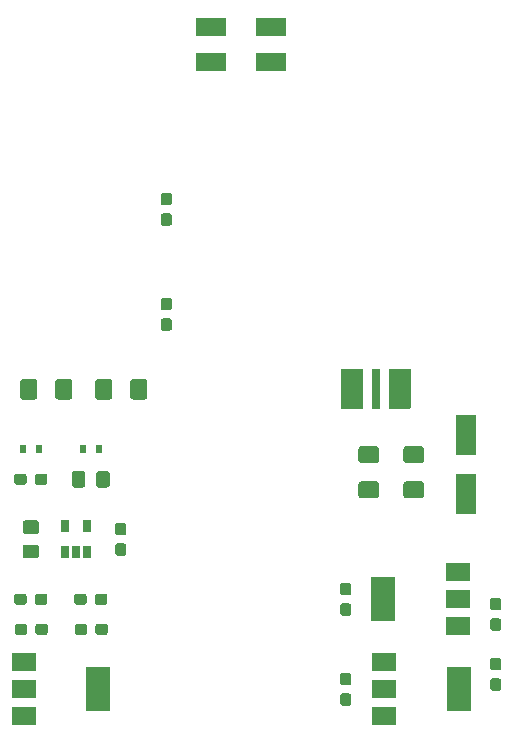
<source format=gbr>
%TF.GenerationSoftware,KiCad,Pcbnew,(5.1.5)-3*%
%TF.CreationDate,2020-08-07T17:04:35+02:00*%
%TF.ProjectId,continuity,636f6e74-696e-4756-9974-792e6b696361,rev?*%
%TF.SameCoordinates,Original*%
%TF.FileFunction,Paste,Top*%
%TF.FilePolarity,Positive*%
%FSLAX46Y46*%
G04 Gerber Fmt 4.6, Leading zero omitted, Abs format (unit mm)*
G04 Created by KiCad (PCBNEW (5.1.5)-3) date 2020-08-07 17:04:35*
%MOMM*%
%LPD*%
G04 APERTURE LIST*
%ADD10C,0.100000*%
%ADD11R,2.600000X1.500000*%
%ADD12R,0.800000X3.400000*%
%ADD13R,1.850000X3.400000*%
%ADD14R,2.000000X1.500000*%
%ADD15R,2.000000X3.800000*%
%ADD16R,0.650000X1.060000*%
%ADD17R,0.600000X0.700000*%
%ADD18R,1.800000X3.500000*%
G04 APERTURE END LIST*
D10*
G36*
X48199804Y-82412473D02*
G01*
X48222859Y-82415892D01*
X48245468Y-82421556D01*
X48267412Y-82429408D01*
X48288482Y-82439373D01*
X48308473Y-82451355D01*
X48327193Y-82465239D01*
X48344463Y-82480891D01*
X48360115Y-82498161D01*
X48373999Y-82516881D01*
X48385981Y-82536872D01*
X48395946Y-82557942D01*
X48403798Y-82579886D01*
X48409462Y-82602495D01*
X48412881Y-82625550D01*
X48414025Y-82648829D01*
X48414025Y-83123829D01*
X48412881Y-83147108D01*
X48409462Y-83170163D01*
X48403798Y-83192772D01*
X48395946Y-83214716D01*
X48385981Y-83235786D01*
X48373999Y-83255777D01*
X48360115Y-83274497D01*
X48344463Y-83291767D01*
X48327193Y-83307419D01*
X48308473Y-83321303D01*
X48288482Y-83333285D01*
X48267412Y-83343250D01*
X48245468Y-83351102D01*
X48222859Y-83356766D01*
X48199804Y-83360185D01*
X48176525Y-83361329D01*
X47601525Y-83361329D01*
X47578246Y-83360185D01*
X47555191Y-83356766D01*
X47532582Y-83351102D01*
X47510638Y-83343250D01*
X47489568Y-83333285D01*
X47469577Y-83321303D01*
X47450857Y-83307419D01*
X47433587Y-83291767D01*
X47417935Y-83274497D01*
X47404051Y-83255777D01*
X47392069Y-83235786D01*
X47382104Y-83214716D01*
X47374252Y-83192772D01*
X47368588Y-83170163D01*
X47365169Y-83147108D01*
X47364025Y-83123829D01*
X47364025Y-82648829D01*
X47365169Y-82625550D01*
X47368588Y-82602495D01*
X47374252Y-82579886D01*
X47382104Y-82557942D01*
X47392069Y-82536872D01*
X47404051Y-82516881D01*
X47417935Y-82498161D01*
X47433587Y-82480891D01*
X47450857Y-82465239D01*
X47469577Y-82451355D01*
X47489568Y-82439373D01*
X47510638Y-82429408D01*
X47532582Y-82421556D01*
X47555191Y-82415892D01*
X47578246Y-82412473D01*
X47601525Y-82411329D01*
X48176525Y-82411329D01*
X48199804Y-82412473D01*
G37*
G36*
X46449804Y-82412473D02*
G01*
X46472859Y-82415892D01*
X46495468Y-82421556D01*
X46517412Y-82429408D01*
X46538482Y-82439373D01*
X46558473Y-82451355D01*
X46577193Y-82465239D01*
X46594463Y-82480891D01*
X46610115Y-82498161D01*
X46623999Y-82516881D01*
X46635981Y-82536872D01*
X46645946Y-82557942D01*
X46653798Y-82579886D01*
X46659462Y-82602495D01*
X46662881Y-82625550D01*
X46664025Y-82648829D01*
X46664025Y-83123829D01*
X46662881Y-83147108D01*
X46659462Y-83170163D01*
X46653798Y-83192772D01*
X46645946Y-83214716D01*
X46635981Y-83235786D01*
X46623999Y-83255777D01*
X46610115Y-83274497D01*
X46594463Y-83291767D01*
X46577193Y-83307419D01*
X46558473Y-83321303D01*
X46538482Y-83333285D01*
X46517412Y-83343250D01*
X46495468Y-83351102D01*
X46472859Y-83356766D01*
X46449804Y-83360185D01*
X46426525Y-83361329D01*
X45851525Y-83361329D01*
X45828246Y-83360185D01*
X45805191Y-83356766D01*
X45782582Y-83351102D01*
X45760638Y-83343250D01*
X45739568Y-83333285D01*
X45719577Y-83321303D01*
X45700857Y-83307419D01*
X45683587Y-83291767D01*
X45667935Y-83274497D01*
X45654051Y-83255777D01*
X45642069Y-83235786D01*
X45632104Y-83214716D01*
X45624252Y-83192772D01*
X45618588Y-83170163D01*
X45615169Y-83147108D01*
X45614025Y-83123829D01*
X45614025Y-82648829D01*
X45615169Y-82625550D01*
X45618588Y-82602495D01*
X45624252Y-82579886D01*
X45632104Y-82557942D01*
X45642069Y-82536872D01*
X45654051Y-82516881D01*
X45667935Y-82498161D01*
X45683587Y-82480891D01*
X45700857Y-82465239D01*
X45719577Y-82451355D01*
X45739568Y-82439373D01*
X45760638Y-82429408D01*
X45782582Y-82421556D01*
X45805191Y-82415892D01*
X45828246Y-82412473D01*
X45851525Y-82411329D01*
X46426525Y-82411329D01*
X46449804Y-82412473D01*
G37*
G36*
X53624804Y-45927473D02*
G01*
X53647859Y-45930892D01*
X53670468Y-45936556D01*
X53692412Y-45944408D01*
X53713482Y-45954373D01*
X53733473Y-45966355D01*
X53752193Y-45980239D01*
X53769463Y-45995891D01*
X53785115Y-46013161D01*
X53798999Y-46031881D01*
X53810981Y-46051872D01*
X53820946Y-46072942D01*
X53828798Y-46094886D01*
X53834462Y-46117495D01*
X53837881Y-46140550D01*
X53839025Y-46163829D01*
X53839025Y-46738829D01*
X53837881Y-46762108D01*
X53834462Y-46785163D01*
X53828798Y-46807772D01*
X53820946Y-46829716D01*
X53810981Y-46850786D01*
X53798999Y-46870777D01*
X53785115Y-46889497D01*
X53769463Y-46906767D01*
X53752193Y-46922419D01*
X53733473Y-46936303D01*
X53713482Y-46948285D01*
X53692412Y-46958250D01*
X53670468Y-46966102D01*
X53647859Y-46971766D01*
X53624804Y-46975185D01*
X53601525Y-46976329D01*
X53126525Y-46976329D01*
X53103246Y-46975185D01*
X53080191Y-46971766D01*
X53057582Y-46966102D01*
X53035638Y-46958250D01*
X53014568Y-46948285D01*
X52994577Y-46936303D01*
X52975857Y-46922419D01*
X52958587Y-46906767D01*
X52942935Y-46889497D01*
X52929051Y-46870777D01*
X52917069Y-46850786D01*
X52907104Y-46829716D01*
X52899252Y-46807772D01*
X52893588Y-46785163D01*
X52890169Y-46762108D01*
X52889025Y-46738829D01*
X52889025Y-46163829D01*
X52890169Y-46140550D01*
X52893588Y-46117495D01*
X52899252Y-46094886D01*
X52907104Y-46072942D01*
X52917069Y-46051872D01*
X52929051Y-46031881D01*
X52942935Y-46013161D01*
X52958587Y-45995891D01*
X52975857Y-45980239D01*
X52994577Y-45966355D01*
X53014568Y-45954373D01*
X53035638Y-45944408D01*
X53057582Y-45936556D01*
X53080191Y-45930892D01*
X53103246Y-45927473D01*
X53126525Y-45926329D01*
X53601525Y-45926329D01*
X53624804Y-45927473D01*
G37*
G36*
X53624804Y-47677473D02*
G01*
X53647859Y-47680892D01*
X53670468Y-47686556D01*
X53692412Y-47694408D01*
X53713482Y-47704373D01*
X53733473Y-47716355D01*
X53752193Y-47730239D01*
X53769463Y-47745891D01*
X53785115Y-47763161D01*
X53798999Y-47781881D01*
X53810981Y-47801872D01*
X53820946Y-47822942D01*
X53828798Y-47844886D01*
X53834462Y-47867495D01*
X53837881Y-47890550D01*
X53839025Y-47913829D01*
X53839025Y-48488829D01*
X53837881Y-48512108D01*
X53834462Y-48535163D01*
X53828798Y-48557772D01*
X53820946Y-48579716D01*
X53810981Y-48600786D01*
X53798999Y-48620777D01*
X53785115Y-48639497D01*
X53769463Y-48656767D01*
X53752193Y-48672419D01*
X53733473Y-48686303D01*
X53713482Y-48698285D01*
X53692412Y-48708250D01*
X53670468Y-48716102D01*
X53647859Y-48721766D01*
X53624804Y-48725185D01*
X53601525Y-48726329D01*
X53126525Y-48726329D01*
X53103246Y-48725185D01*
X53080191Y-48721766D01*
X53057582Y-48716102D01*
X53035638Y-48708250D01*
X53014568Y-48698285D01*
X52994577Y-48686303D01*
X52975857Y-48672419D01*
X52958587Y-48656767D01*
X52942935Y-48639497D01*
X52929051Y-48620777D01*
X52917069Y-48600786D01*
X52907104Y-48579716D01*
X52899252Y-48557772D01*
X52893588Y-48535163D01*
X52890169Y-48512108D01*
X52889025Y-48488829D01*
X52889025Y-47913829D01*
X52890169Y-47890550D01*
X52893588Y-47867495D01*
X52899252Y-47844886D01*
X52907104Y-47822942D01*
X52917069Y-47801872D01*
X52929051Y-47781881D01*
X52942935Y-47763161D01*
X52958587Y-47745891D01*
X52975857Y-47730239D01*
X52994577Y-47716355D01*
X53014568Y-47704373D01*
X53035638Y-47694408D01*
X53057582Y-47686556D01*
X53080191Y-47680892D01*
X53103246Y-47677473D01*
X53126525Y-47676329D01*
X53601525Y-47676329D01*
X53624804Y-47677473D01*
G37*
D11*
X57134025Y-34856329D03*
X57134025Y-31856329D03*
D12*
X71104025Y-62566329D03*
D10*
G36*
X74054025Y-64096329D02*
G01*
X73884025Y-64266329D01*
X72204025Y-64266329D01*
X72204025Y-60866329D01*
X74054025Y-60866329D01*
X74054025Y-64096329D01*
G37*
D13*
X69079025Y-62566329D03*
D10*
G36*
X74968529Y-67392533D02*
G01*
X74992798Y-67396133D01*
X75016596Y-67402094D01*
X75039696Y-67410359D01*
X75061874Y-67420849D01*
X75082918Y-67433462D01*
X75102623Y-67448076D01*
X75120802Y-67464552D01*
X75137278Y-67482731D01*
X75151892Y-67502436D01*
X75164505Y-67523480D01*
X75174995Y-67545658D01*
X75183260Y-67568758D01*
X75189221Y-67592556D01*
X75192821Y-67616825D01*
X75194025Y-67641329D01*
X75194025Y-68566329D01*
X75192821Y-68590833D01*
X75189221Y-68615102D01*
X75183260Y-68638900D01*
X75174995Y-68662000D01*
X75164505Y-68684178D01*
X75151892Y-68705222D01*
X75137278Y-68724927D01*
X75120802Y-68743106D01*
X75102623Y-68759582D01*
X75082918Y-68774196D01*
X75061874Y-68786809D01*
X75039696Y-68797299D01*
X75016596Y-68805564D01*
X74992798Y-68811525D01*
X74968529Y-68815125D01*
X74944025Y-68816329D01*
X73694025Y-68816329D01*
X73669521Y-68815125D01*
X73645252Y-68811525D01*
X73621454Y-68805564D01*
X73598354Y-68797299D01*
X73576176Y-68786809D01*
X73555132Y-68774196D01*
X73535427Y-68759582D01*
X73517248Y-68743106D01*
X73500772Y-68724927D01*
X73486158Y-68705222D01*
X73473545Y-68684178D01*
X73463055Y-68662000D01*
X73454790Y-68638900D01*
X73448829Y-68615102D01*
X73445229Y-68590833D01*
X73444025Y-68566329D01*
X73444025Y-67641329D01*
X73445229Y-67616825D01*
X73448829Y-67592556D01*
X73454790Y-67568758D01*
X73463055Y-67545658D01*
X73473545Y-67523480D01*
X73486158Y-67502436D01*
X73500772Y-67482731D01*
X73517248Y-67464552D01*
X73535427Y-67448076D01*
X73555132Y-67433462D01*
X73576176Y-67420849D01*
X73598354Y-67410359D01*
X73621454Y-67402094D01*
X73645252Y-67396133D01*
X73669521Y-67392533D01*
X73694025Y-67391329D01*
X74944025Y-67391329D01*
X74968529Y-67392533D01*
G37*
G36*
X74968529Y-70367533D02*
G01*
X74992798Y-70371133D01*
X75016596Y-70377094D01*
X75039696Y-70385359D01*
X75061874Y-70395849D01*
X75082918Y-70408462D01*
X75102623Y-70423076D01*
X75120802Y-70439552D01*
X75137278Y-70457731D01*
X75151892Y-70477436D01*
X75164505Y-70498480D01*
X75174995Y-70520658D01*
X75183260Y-70543758D01*
X75189221Y-70567556D01*
X75192821Y-70591825D01*
X75194025Y-70616329D01*
X75194025Y-71541329D01*
X75192821Y-71565833D01*
X75189221Y-71590102D01*
X75183260Y-71613900D01*
X75174995Y-71637000D01*
X75164505Y-71659178D01*
X75151892Y-71680222D01*
X75137278Y-71699927D01*
X75120802Y-71718106D01*
X75102623Y-71734582D01*
X75082918Y-71749196D01*
X75061874Y-71761809D01*
X75039696Y-71772299D01*
X75016596Y-71780564D01*
X74992798Y-71786525D01*
X74968529Y-71790125D01*
X74944025Y-71791329D01*
X73694025Y-71791329D01*
X73669521Y-71790125D01*
X73645252Y-71786525D01*
X73621454Y-71780564D01*
X73598354Y-71772299D01*
X73576176Y-71761809D01*
X73555132Y-71749196D01*
X73535427Y-71734582D01*
X73517248Y-71718106D01*
X73500772Y-71699927D01*
X73486158Y-71680222D01*
X73473545Y-71659178D01*
X73463055Y-71637000D01*
X73454790Y-71613900D01*
X73448829Y-71590102D01*
X73445229Y-71565833D01*
X73444025Y-71541329D01*
X73444025Y-70616329D01*
X73445229Y-70591825D01*
X73448829Y-70567556D01*
X73454790Y-70543758D01*
X73463055Y-70520658D01*
X73473545Y-70498480D01*
X73486158Y-70477436D01*
X73500772Y-70457731D01*
X73517248Y-70439552D01*
X73535427Y-70423076D01*
X73555132Y-70408462D01*
X73576176Y-70395849D01*
X73598354Y-70385359D01*
X73621454Y-70377094D01*
X73645252Y-70371133D01*
X73669521Y-70367533D01*
X73694025Y-70366329D01*
X74944025Y-70366329D01*
X74968529Y-70367533D01*
G37*
G36*
X71158529Y-67392533D02*
G01*
X71182798Y-67396133D01*
X71206596Y-67402094D01*
X71229696Y-67410359D01*
X71251874Y-67420849D01*
X71272918Y-67433462D01*
X71292623Y-67448076D01*
X71310802Y-67464552D01*
X71327278Y-67482731D01*
X71341892Y-67502436D01*
X71354505Y-67523480D01*
X71364995Y-67545658D01*
X71373260Y-67568758D01*
X71379221Y-67592556D01*
X71382821Y-67616825D01*
X71384025Y-67641329D01*
X71384025Y-68566329D01*
X71382821Y-68590833D01*
X71379221Y-68615102D01*
X71373260Y-68638900D01*
X71364995Y-68662000D01*
X71354505Y-68684178D01*
X71341892Y-68705222D01*
X71327278Y-68724927D01*
X71310802Y-68743106D01*
X71292623Y-68759582D01*
X71272918Y-68774196D01*
X71251874Y-68786809D01*
X71229696Y-68797299D01*
X71206596Y-68805564D01*
X71182798Y-68811525D01*
X71158529Y-68815125D01*
X71134025Y-68816329D01*
X69884025Y-68816329D01*
X69859521Y-68815125D01*
X69835252Y-68811525D01*
X69811454Y-68805564D01*
X69788354Y-68797299D01*
X69766176Y-68786809D01*
X69745132Y-68774196D01*
X69725427Y-68759582D01*
X69707248Y-68743106D01*
X69690772Y-68724927D01*
X69676158Y-68705222D01*
X69663545Y-68684178D01*
X69653055Y-68662000D01*
X69644790Y-68638900D01*
X69638829Y-68615102D01*
X69635229Y-68590833D01*
X69634025Y-68566329D01*
X69634025Y-67641329D01*
X69635229Y-67616825D01*
X69638829Y-67592556D01*
X69644790Y-67568758D01*
X69653055Y-67545658D01*
X69663545Y-67523480D01*
X69676158Y-67502436D01*
X69690772Y-67482731D01*
X69707248Y-67464552D01*
X69725427Y-67448076D01*
X69745132Y-67433462D01*
X69766176Y-67420849D01*
X69788354Y-67410359D01*
X69811454Y-67402094D01*
X69835252Y-67396133D01*
X69859521Y-67392533D01*
X69884025Y-67391329D01*
X71134025Y-67391329D01*
X71158529Y-67392533D01*
G37*
G36*
X71158529Y-70367533D02*
G01*
X71182798Y-70371133D01*
X71206596Y-70377094D01*
X71229696Y-70385359D01*
X71251874Y-70395849D01*
X71272918Y-70408462D01*
X71292623Y-70423076D01*
X71310802Y-70439552D01*
X71327278Y-70457731D01*
X71341892Y-70477436D01*
X71354505Y-70498480D01*
X71364995Y-70520658D01*
X71373260Y-70543758D01*
X71379221Y-70567556D01*
X71382821Y-70591825D01*
X71384025Y-70616329D01*
X71384025Y-71541329D01*
X71382821Y-71565833D01*
X71379221Y-71590102D01*
X71373260Y-71613900D01*
X71364995Y-71637000D01*
X71354505Y-71659178D01*
X71341892Y-71680222D01*
X71327278Y-71699927D01*
X71310802Y-71718106D01*
X71292623Y-71734582D01*
X71272918Y-71749196D01*
X71251874Y-71761809D01*
X71229696Y-71772299D01*
X71206596Y-71780564D01*
X71182798Y-71786525D01*
X71158529Y-71790125D01*
X71134025Y-71791329D01*
X69884025Y-71791329D01*
X69859521Y-71790125D01*
X69835252Y-71786525D01*
X69811454Y-71780564D01*
X69788354Y-71772299D01*
X69766176Y-71761809D01*
X69745132Y-71749196D01*
X69725427Y-71734582D01*
X69707248Y-71718106D01*
X69690772Y-71699927D01*
X69676158Y-71680222D01*
X69663545Y-71659178D01*
X69653055Y-71637000D01*
X69644790Y-71613900D01*
X69638829Y-71590102D01*
X69635229Y-71565833D01*
X69634025Y-71541329D01*
X69634025Y-70616329D01*
X69635229Y-70591825D01*
X69638829Y-70567556D01*
X69644790Y-70543758D01*
X69653055Y-70520658D01*
X69663545Y-70498480D01*
X69676158Y-70477436D01*
X69690772Y-70457731D01*
X69707248Y-70439552D01*
X69725427Y-70423076D01*
X69745132Y-70408462D01*
X69766176Y-70395849D01*
X69788354Y-70385359D01*
X69811454Y-70377094D01*
X69835252Y-70371133D01*
X69859521Y-70367533D01*
X69884025Y-70366329D01*
X71134025Y-70366329D01*
X71158529Y-70367533D01*
G37*
D11*
X62214025Y-34856329D03*
X62214025Y-31856329D03*
D10*
G36*
X48348530Y-69487533D02*
G01*
X48372798Y-69491133D01*
X48396597Y-69497094D01*
X48419696Y-69505359D01*
X48441875Y-69515849D01*
X48462918Y-69528461D01*
X48482624Y-69543076D01*
X48500802Y-69559552D01*
X48517278Y-69577730D01*
X48531893Y-69597436D01*
X48544505Y-69618479D01*
X48554995Y-69640658D01*
X48563260Y-69663757D01*
X48569221Y-69687556D01*
X48572821Y-69711824D01*
X48574025Y-69736328D01*
X48574025Y-70636330D01*
X48572821Y-70660834D01*
X48569221Y-70685102D01*
X48563260Y-70708901D01*
X48554995Y-70732000D01*
X48544505Y-70754179D01*
X48531893Y-70775222D01*
X48517278Y-70794928D01*
X48500802Y-70813106D01*
X48482624Y-70829582D01*
X48462918Y-70844197D01*
X48441875Y-70856809D01*
X48419696Y-70867299D01*
X48396597Y-70875564D01*
X48372798Y-70881525D01*
X48348530Y-70885125D01*
X48324026Y-70886329D01*
X47674024Y-70886329D01*
X47649520Y-70885125D01*
X47625252Y-70881525D01*
X47601453Y-70875564D01*
X47578354Y-70867299D01*
X47556175Y-70856809D01*
X47535132Y-70844197D01*
X47515426Y-70829582D01*
X47497248Y-70813106D01*
X47480772Y-70794928D01*
X47466157Y-70775222D01*
X47453545Y-70754179D01*
X47443055Y-70732000D01*
X47434790Y-70708901D01*
X47428829Y-70685102D01*
X47425229Y-70660834D01*
X47424025Y-70636330D01*
X47424025Y-69736328D01*
X47425229Y-69711824D01*
X47428829Y-69687556D01*
X47434790Y-69663757D01*
X47443055Y-69640658D01*
X47453545Y-69618479D01*
X47466157Y-69597436D01*
X47480772Y-69577730D01*
X47497248Y-69559552D01*
X47515426Y-69543076D01*
X47535132Y-69528461D01*
X47556175Y-69515849D01*
X47578354Y-69505359D01*
X47601453Y-69497094D01*
X47625252Y-69491133D01*
X47649520Y-69487533D01*
X47674024Y-69486329D01*
X48324026Y-69486329D01*
X48348530Y-69487533D01*
G37*
G36*
X46298530Y-69487533D02*
G01*
X46322798Y-69491133D01*
X46346597Y-69497094D01*
X46369696Y-69505359D01*
X46391875Y-69515849D01*
X46412918Y-69528461D01*
X46432624Y-69543076D01*
X46450802Y-69559552D01*
X46467278Y-69577730D01*
X46481893Y-69597436D01*
X46494505Y-69618479D01*
X46504995Y-69640658D01*
X46513260Y-69663757D01*
X46519221Y-69687556D01*
X46522821Y-69711824D01*
X46524025Y-69736328D01*
X46524025Y-70636330D01*
X46522821Y-70660834D01*
X46519221Y-70685102D01*
X46513260Y-70708901D01*
X46504995Y-70732000D01*
X46494505Y-70754179D01*
X46481893Y-70775222D01*
X46467278Y-70794928D01*
X46450802Y-70813106D01*
X46432624Y-70829582D01*
X46412918Y-70844197D01*
X46391875Y-70856809D01*
X46369696Y-70867299D01*
X46346597Y-70875564D01*
X46322798Y-70881525D01*
X46298530Y-70885125D01*
X46274026Y-70886329D01*
X45624024Y-70886329D01*
X45599520Y-70885125D01*
X45575252Y-70881525D01*
X45551453Y-70875564D01*
X45528354Y-70867299D01*
X45506175Y-70856809D01*
X45485132Y-70844197D01*
X45465426Y-70829582D01*
X45447248Y-70813106D01*
X45430772Y-70794928D01*
X45416157Y-70775222D01*
X45403545Y-70754179D01*
X45393055Y-70732000D01*
X45384790Y-70708901D01*
X45378829Y-70685102D01*
X45375229Y-70660834D01*
X45374025Y-70636330D01*
X45374025Y-69736328D01*
X45375229Y-69711824D01*
X45378829Y-69687556D01*
X45384790Y-69663757D01*
X45393055Y-69640658D01*
X45403545Y-69618479D01*
X45416157Y-69597436D01*
X45430772Y-69577730D01*
X45447248Y-69559552D01*
X45465426Y-69543076D01*
X45485132Y-69528461D01*
X45506175Y-69515849D01*
X45528354Y-69505359D01*
X45551453Y-69497094D01*
X45575252Y-69491133D01*
X45599520Y-69487533D01*
X45624024Y-69486329D01*
X46274026Y-69486329D01*
X46298530Y-69487533D01*
G37*
G36*
X42368530Y-75717533D02*
G01*
X42392798Y-75721133D01*
X42416597Y-75727094D01*
X42439696Y-75735359D01*
X42461875Y-75745849D01*
X42482918Y-75758461D01*
X42502624Y-75773076D01*
X42520802Y-75789552D01*
X42537278Y-75807730D01*
X42551893Y-75827436D01*
X42564505Y-75848479D01*
X42574995Y-75870658D01*
X42583260Y-75893757D01*
X42589221Y-75917556D01*
X42592821Y-75941824D01*
X42594025Y-75966328D01*
X42594025Y-76616330D01*
X42592821Y-76640834D01*
X42589221Y-76665102D01*
X42583260Y-76688901D01*
X42574995Y-76712000D01*
X42564505Y-76734179D01*
X42551893Y-76755222D01*
X42537278Y-76774928D01*
X42520802Y-76793106D01*
X42502624Y-76809582D01*
X42482918Y-76824197D01*
X42461875Y-76836809D01*
X42439696Y-76847299D01*
X42416597Y-76855564D01*
X42392798Y-76861525D01*
X42368530Y-76865125D01*
X42344026Y-76866329D01*
X41444024Y-76866329D01*
X41419520Y-76865125D01*
X41395252Y-76861525D01*
X41371453Y-76855564D01*
X41348354Y-76847299D01*
X41326175Y-76836809D01*
X41305132Y-76824197D01*
X41285426Y-76809582D01*
X41267248Y-76793106D01*
X41250772Y-76774928D01*
X41236157Y-76755222D01*
X41223545Y-76734179D01*
X41213055Y-76712000D01*
X41204790Y-76688901D01*
X41198829Y-76665102D01*
X41195229Y-76640834D01*
X41194025Y-76616330D01*
X41194025Y-75966328D01*
X41195229Y-75941824D01*
X41198829Y-75917556D01*
X41204790Y-75893757D01*
X41213055Y-75870658D01*
X41223545Y-75848479D01*
X41236157Y-75827436D01*
X41250772Y-75807730D01*
X41267248Y-75789552D01*
X41285426Y-75773076D01*
X41305132Y-75758461D01*
X41326175Y-75745849D01*
X41348354Y-75735359D01*
X41371453Y-75727094D01*
X41395252Y-75721133D01*
X41419520Y-75717533D01*
X41444024Y-75716329D01*
X42344026Y-75716329D01*
X42368530Y-75717533D01*
G37*
G36*
X42368530Y-73667533D02*
G01*
X42392798Y-73671133D01*
X42416597Y-73677094D01*
X42439696Y-73685359D01*
X42461875Y-73695849D01*
X42482918Y-73708461D01*
X42502624Y-73723076D01*
X42520802Y-73739552D01*
X42537278Y-73757730D01*
X42551893Y-73777436D01*
X42564505Y-73798479D01*
X42574995Y-73820658D01*
X42583260Y-73843757D01*
X42589221Y-73867556D01*
X42592821Y-73891824D01*
X42594025Y-73916328D01*
X42594025Y-74566330D01*
X42592821Y-74590834D01*
X42589221Y-74615102D01*
X42583260Y-74638901D01*
X42574995Y-74662000D01*
X42564505Y-74684179D01*
X42551893Y-74705222D01*
X42537278Y-74724928D01*
X42520802Y-74743106D01*
X42502624Y-74759582D01*
X42482918Y-74774197D01*
X42461875Y-74786809D01*
X42439696Y-74797299D01*
X42416597Y-74805564D01*
X42392798Y-74811525D01*
X42368530Y-74815125D01*
X42344026Y-74816329D01*
X41444024Y-74816329D01*
X41419520Y-74815125D01*
X41395252Y-74811525D01*
X41371453Y-74805564D01*
X41348354Y-74797299D01*
X41326175Y-74786809D01*
X41305132Y-74774197D01*
X41285426Y-74759582D01*
X41267248Y-74743106D01*
X41250772Y-74724928D01*
X41236157Y-74705222D01*
X41223545Y-74684179D01*
X41213055Y-74662000D01*
X41204790Y-74638901D01*
X41198829Y-74615102D01*
X41195229Y-74590834D01*
X41194025Y-74566330D01*
X41194025Y-73916328D01*
X41195229Y-73891824D01*
X41198829Y-73867556D01*
X41204790Y-73843757D01*
X41213055Y-73820658D01*
X41223545Y-73798479D01*
X41236157Y-73777436D01*
X41250772Y-73757730D01*
X41267248Y-73739552D01*
X41285426Y-73723076D01*
X41305132Y-73708461D01*
X41326175Y-73695849D01*
X41348354Y-73685359D01*
X41371453Y-73677094D01*
X41395252Y-73671133D01*
X41419520Y-73667533D01*
X41444024Y-73666329D01*
X42344026Y-73666329D01*
X42368530Y-73667533D01*
G37*
D14*
X41324025Y-85666329D03*
X41324025Y-90266329D03*
X41324025Y-87966329D03*
D15*
X47624025Y-87966329D03*
D10*
G36*
X45178529Y-61692533D02*
G01*
X45202798Y-61696133D01*
X45226596Y-61702094D01*
X45249696Y-61710359D01*
X45271874Y-61720849D01*
X45292918Y-61733462D01*
X45312623Y-61748076D01*
X45330802Y-61764552D01*
X45347278Y-61782731D01*
X45361892Y-61802436D01*
X45374505Y-61823480D01*
X45384995Y-61845658D01*
X45393260Y-61868758D01*
X45399221Y-61892556D01*
X45402821Y-61916825D01*
X45404025Y-61941329D01*
X45404025Y-63191329D01*
X45402821Y-63215833D01*
X45399221Y-63240102D01*
X45393260Y-63263900D01*
X45384995Y-63287000D01*
X45374505Y-63309178D01*
X45361892Y-63330222D01*
X45347278Y-63349927D01*
X45330802Y-63368106D01*
X45312623Y-63384582D01*
X45292918Y-63399196D01*
X45271874Y-63411809D01*
X45249696Y-63422299D01*
X45226596Y-63430564D01*
X45202798Y-63436525D01*
X45178529Y-63440125D01*
X45154025Y-63441329D01*
X44229025Y-63441329D01*
X44204521Y-63440125D01*
X44180252Y-63436525D01*
X44156454Y-63430564D01*
X44133354Y-63422299D01*
X44111176Y-63411809D01*
X44090132Y-63399196D01*
X44070427Y-63384582D01*
X44052248Y-63368106D01*
X44035772Y-63349927D01*
X44021158Y-63330222D01*
X44008545Y-63309178D01*
X43998055Y-63287000D01*
X43989790Y-63263900D01*
X43983829Y-63240102D01*
X43980229Y-63215833D01*
X43979025Y-63191329D01*
X43979025Y-61941329D01*
X43980229Y-61916825D01*
X43983829Y-61892556D01*
X43989790Y-61868758D01*
X43998055Y-61845658D01*
X44008545Y-61823480D01*
X44021158Y-61802436D01*
X44035772Y-61782731D01*
X44052248Y-61764552D01*
X44070427Y-61748076D01*
X44090132Y-61733462D01*
X44111176Y-61720849D01*
X44133354Y-61710359D01*
X44156454Y-61702094D01*
X44180252Y-61696133D01*
X44204521Y-61692533D01*
X44229025Y-61691329D01*
X45154025Y-61691329D01*
X45178529Y-61692533D01*
G37*
G36*
X42203529Y-61692533D02*
G01*
X42227798Y-61696133D01*
X42251596Y-61702094D01*
X42274696Y-61710359D01*
X42296874Y-61720849D01*
X42317918Y-61733462D01*
X42337623Y-61748076D01*
X42355802Y-61764552D01*
X42372278Y-61782731D01*
X42386892Y-61802436D01*
X42399505Y-61823480D01*
X42409995Y-61845658D01*
X42418260Y-61868758D01*
X42424221Y-61892556D01*
X42427821Y-61916825D01*
X42429025Y-61941329D01*
X42429025Y-63191329D01*
X42427821Y-63215833D01*
X42424221Y-63240102D01*
X42418260Y-63263900D01*
X42409995Y-63287000D01*
X42399505Y-63309178D01*
X42386892Y-63330222D01*
X42372278Y-63349927D01*
X42355802Y-63368106D01*
X42337623Y-63384582D01*
X42317918Y-63399196D01*
X42296874Y-63411809D01*
X42274696Y-63422299D01*
X42251596Y-63430564D01*
X42227798Y-63436525D01*
X42203529Y-63440125D01*
X42179025Y-63441329D01*
X41254025Y-63441329D01*
X41229521Y-63440125D01*
X41205252Y-63436525D01*
X41181454Y-63430564D01*
X41158354Y-63422299D01*
X41136176Y-63411809D01*
X41115132Y-63399196D01*
X41095427Y-63384582D01*
X41077248Y-63368106D01*
X41060772Y-63349927D01*
X41046158Y-63330222D01*
X41033545Y-63309178D01*
X41023055Y-63287000D01*
X41014790Y-63263900D01*
X41008829Y-63240102D01*
X41005229Y-63215833D01*
X41004025Y-63191329D01*
X41004025Y-61941329D01*
X41005229Y-61916825D01*
X41008829Y-61892556D01*
X41014790Y-61868758D01*
X41023055Y-61845658D01*
X41033545Y-61823480D01*
X41046158Y-61802436D01*
X41060772Y-61782731D01*
X41077248Y-61764552D01*
X41095427Y-61748076D01*
X41115132Y-61733462D01*
X41136176Y-61720849D01*
X41158354Y-61710359D01*
X41181454Y-61702094D01*
X41205252Y-61696133D01*
X41229521Y-61692533D01*
X41254025Y-61691329D01*
X42179025Y-61691329D01*
X42203529Y-61692533D01*
G37*
G36*
X51528529Y-61692533D02*
G01*
X51552798Y-61696133D01*
X51576596Y-61702094D01*
X51599696Y-61710359D01*
X51621874Y-61720849D01*
X51642918Y-61733462D01*
X51662623Y-61748076D01*
X51680802Y-61764552D01*
X51697278Y-61782731D01*
X51711892Y-61802436D01*
X51724505Y-61823480D01*
X51734995Y-61845658D01*
X51743260Y-61868758D01*
X51749221Y-61892556D01*
X51752821Y-61916825D01*
X51754025Y-61941329D01*
X51754025Y-63191329D01*
X51752821Y-63215833D01*
X51749221Y-63240102D01*
X51743260Y-63263900D01*
X51734995Y-63287000D01*
X51724505Y-63309178D01*
X51711892Y-63330222D01*
X51697278Y-63349927D01*
X51680802Y-63368106D01*
X51662623Y-63384582D01*
X51642918Y-63399196D01*
X51621874Y-63411809D01*
X51599696Y-63422299D01*
X51576596Y-63430564D01*
X51552798Y-63436525D01*
X51528529Y-63440125D01*
X51504025Y-63441329D01*
X50579025Y-63441329D01*
X50554521Y-63440125D01*
X50530252Y-63436525D01*
X50506454Y-63430564D01*
X50483354Y-63422299D01*
X50461176Y-63411809D01*
X50440132Y-63399196D01*
X50420427Y-63384582D01*
X50402248Y-63368106D01*
X50385772Y-63349927D01*
X50371158Y-63330222D01*
X50358545Y-63309178D01*
X50348055Y-63287000D01*
X50339790Y-63263900D01*
X50333829Y-63240102D01*
X50330229Y-63215833D01*
X50329025Y-63191329D01*
X50329025Y-61941329D01*
X50330229Y-61916825D01*
X50333829Y-61892556D01*
X50339790Y-61868758D01*
X50348055Y-61845658D01*
X50358545Y-61823480D01*
X50371158Y-61802436D01*
X50385772Y-61782731D01*
X50402248Y-61764552D01*
X50420427Y-61748076D01*
X50440132Y-61733462D01*
X50461176Y-61720849D01*
X50483354Y-61710359D01*
X50506454Y-61702094D01*
X50530252Y-61696133D01*
X50554521Y-61692533D01*
X50579025Y-61691329D01*
X51504025Y-61691329D01*
X51528529Y-61692533D01*
G37*
G36*
X48553529Y-61692533D02*
G01*
X48577798Y-61696133D01*
X48601596Y-61702094D01*
X48624696Y-61710359D01*
X48646874Y-61720849D01*
X48667918Y-61733462D01*
X48687623Y-61748076D01*
X48705802Y-61764552D01*
X48722278Y-61782731D01*
X48736892Y-61802436D01*
X48749505Y-61823480D01*
X48759995Y-61845658D01*
X48768260Y-61868758D01*
X48774221Y-61892556D01*
X48777821Y-61916825D01*
X48779025Y-61941329D01*
X48779025Y-63191329D01*
X48777821Y-63215833D01*
X48774221Y-63240102D01*
X48768260Y-63263900D01*
X48759995Y-63287000D01*
X48749505Y-63309178D01*
X48736892Y-63330222D01*
X48722278Y-63349927D01*
X48705802Y-63368106D01*
X48687623Y-63384582D01*
X48667918Y-63399196D01*
X48646874Y-63411809D01*
X48624696Y-63422299D01*
X48601596Y-63430564D01*
X48577798Y-63436525D01*
X48553529Y-63440125D01*
X48529025Y-63441329D01*
X47604025Y-63441329D01*
X47579521Y-63440125D01*
X47555252Y-63436525D01*
X47531454Y-63430564D01*
X47508354Y-63422299D01*
X47486176Y-63411809D01*
X47465132Y-63399196D01*
X47445427Y-63384582D01*
X47427248Y-63368106D01*
X47410772Y-63349927D01*
X47396158Y-63330222D01*
X47383545Y-63309178D01*
X47373055Y-63287000D01*
X47364790Y-63263900D01*
X47358829Y-63240102D01*
X47355229Y-63215833D01*
X47354025Y-63191329D01*
X47354025Y-61941329D01*
X47355229Y-61916825D01*
X47358829Y-61892556D01*
X47364790Y-61868758D01*
X47373055Y-61845658D01*
X47383545Y-61823480D01*
X47396158Y-61802436D01*
X47410772Y-61782731D01*
X47427248Y-61764552D01*
X47445427Y-61748076D01*
X47465132Y-61733462D01*
X47486176Y-61720849D01*
X47508354Y-61710359D01*
X47531454Y-61702094D01*
X47555252Y-61696133D01*
X47579521Y-61692533D01*
X47604025Y-61691329D01*
X48529025Y-61691329D01*
X48553529Y-61692533D01*
G37*
D16*
X44754025Y-74166329D03*
X46654025Y-74166329D03*
X46654025Y-76366329D03*
X45704025Y-76366329D03*
X44754025Y-76366329D03*
D10*
G36*
X41329804Y-79872473D02*
G01*
X41352859Y-79875892D01*
X41375468Y-79881556D01*
X41397412Y-79889408D01*
X41418482Y-79899373D01*
X41438473Y-79911355D01*
X41457193Y-79925239D01*
X41474463Y-79940891D01*
X41490115Y-79958161D01*
X41503999Y-79976881D01*
X41515981Y-79996872D01*
X41525946Y-80017942D01*
X41533798Y-80039886D01*
X41539462Y-80062495D01*
X41542881Y-80085550D01*
X41544025Y-80108829D01*
X41544025Y-80583829D01*
X41542881Y-80607108D01*
X41539462Y-80630163D01*
X41533798Y-80652772D01*
X41525946Y-80674716D01*
X41515981Y-80695786D01*
X41503999Y-80715777D01*
X41490115Y-80734497D01*
X41474463Y-80751767D01*
X41457193Y-80767419D01*
X41438473Y-80781303D01*
X41418482Y-80793285D01*
X41397412Y-80803250D01*
X41375468Y-80811102D01*
X41352859Y-80816766D01*
X41329804Y-80820185D01*
X41306525Y-80821329D01*
X40731525Y-80821329D01*
X40708246Y-80820185D01*
X40685191Y-80816766D01*
X40662582Y-80811102D01*
X40640638Y-80803250D01*
X40619568Y-80793285D01*
X40599577Y-80781303D01*
X40580857Y-80767419D01*
X40563587Y-80751767D01*
X40547935Y-80734497D01*
X40534051Y-80715777D01*
X40522069Y-80695786D01*
X40512104Y-80674716D01*
X40504252Y-80652772D01*
X40498588Y-80630163D01*
X40495169Y-80607108D01*
X40494025Y-80583829D01*
X40494025Y-80108829D01*
X40495169Y-80085550D01*
X40498588Y-80062495D01*
X40504252Y-80039886D01*
X40512104Y-80017942D01*
X40522069Y-79996872D01*
X40534051Y-79976881D01*
X40547935Y-79958161D01*
X40563587Y-79940891D01*
X40580857Y-79925239D01*
X40599577Y-79911355D01*
X40619568Y-79899373D01*
X40640638Y-79889408D01*
X40662582Y-79881556D01*
X40685191Y-79875892D01*
X40708246Y-79872473D01*
X40731525Y-79871329D01*
X41306525Y-79871329D01*
X41329804Y-79872473D01*
G37*
G36*
X43079804Y-79872473D02*
G01*
X43102859Y-79875892D01*
X43125468Y-79881556D01*
X43147412Y-79889408D01*
X43168482Y-79899373D01*
X43188473Y-79911355D01*
X43207193Y-79925239D01*
X43224463Y-79940891D01*
X43240115Y-79958161D01*
X43253999Y-79976881D01*
X43265981Y-79996872D01*
X43275946Y-80017942D01*
X43283798Y-80039886D01*
X43289462Y-80062495D01*
X43292881Y-80085550D01*
X43294025Y-80108829D01*
X43294025Y-80583829D01*
X43292881Y-80607108D01*
X43289462Y-80630163D01*
X43283798Y-80652772D01*
X43275946Y-80674716D01*
X43265981Y-80695786D01*
X43253999Y-80715777D01*
X43240115Y-80734497D01*
X43224463Y-80751767D01*
X43207193Y-80767419D01*
X43188473Y-80781303D01*
X43168482Y-80793285D01*
X43147412Y-80803250D01*
X43125468Y-80811102D01*
X43102859Y-80816766D01*
X43079804Y-80820185D01*
X43056525Y-80821329D01*
X42481525Y-80821329D01*
X42458246Y-80820185D01*
X42435191Y-80816766D01*
X42412582Y-80811102D01*
X42390638Y-80803250D01*
X42369568Y-80793285D01*
X42349577Y-80781303D01*
X42330857Y-80767419D01*
X42313587Y-80751767D01*
X42297935Y-80734497D01*
X42284051Y-80715777D01*
X42272069Y-80695786D01*
X42262104Y-80674716D01*
X42254252Y-80652772D01*
X42248588Y-80630163D01*
X42245169Y-80607108D01*
X42244025Y-80583829D01*
X42244025Y-80108829D01*
X42245169Y-80085550D01*
X42248588Y-80062495D01*
X42254252Y-80039886D01*
X42262104Y-80017942D01*
X42272069Y-79996872D01*
X42284051Y-79976881D01*
X42297935Y-79958161D01*
X42313587Y-79940891D01*
X42330857Y-79925239D01*
X42349577Y-79911355D01*
X42369568Y-79899373D01*
X42390638Y-79889408D01*
X42412582Y-79881556D01*
X42435191Y-79875892D01*
X42458246Y-79872473D01*
X42481525Y-79871329D01*
X43056525Y-79871329D01*
X43079804Y-79872473D01*
G37*
G36*
X49774804Y-75617473D02*
G01*
X49797859Y-75620892D01*
X49820468Y-75626556D01*
X49842412Y-75634408D01*
X49863482Y-75644373D01*
X49883473Y-75656355D01*
X49902193Y-75670239D01*
X49919463Y-75685891D01*
X49935115Y-75703161D01*
X49948999Y-75721881D01*
X49960981Y-75741872D01*
X49970946Y-75762942D01*
X49978798Y-75784886D01*
X49984462Y-75807495D01*
X49987881Y-75830550D01*
X49989025Y-75853829D01*
X49989025Y-76428829D01*
X49987881Y-76452108D01*
X49984462Y-76475163D01*
X49978798Y-76497772D01*
X49970946Y-76519716D01*
X49960981Y-76540786D01*
X49948999Y-76560777D01*
X49935115Y-76579497D01*
X49919463Y-76596767D01*
X49902193Y-76612419D01*
X49883473Y-76626303D01*
X49863482Y-76638285D01*
X49842412Y-76648250D01*
X49820468Y-76656102D01*
X49797859Y-76661766D01*
X49774804Y-76665185D01*
X49751525Y-76666329D01*
X49276525Y-76666329D01*
X49253246Y-76665185D01*
X49230191Y-76661766D01*
X49207582Y-76656102D01*
X49185638Y-76648250D01*
X49164568Y-76638285D01*
X49144577Y-76626303D01*
X49125857Y-76612419D01*
X49108587Y-76596767D01*
X49092935Y-76579497D01*
X49079051Y-76560777D01*
X49067069Y-76540786D01*
X49057104Y-76519716D01*
X49049252Y-76497772D01*
X49043588Y-76475163D01*
X49040169Y-76452108D01*
X49039025Y-76428829D01*
X49039025Y-75853829D01*
X49040169Y-75830550D01*
X49043588Y-75807495D01*
X49049252Y-75784886D01*
X49057104Y-75762942D01*
X49067069Y-75741872D01*
X49079051Y-75721881D01*
X49092935Y-75703161D01*
X49108587Y-75685891D01*
X49125857Y-75670239D01*
X49144577Y-75656355D01*
X49164568Y-75644373D01*
X49185638Y-75634408D01*
X49207582Y-75626556D01*
X49230191Y-75620892D01*
X49253246Y-75617473D01*
X49276525Y-75616329D01*
X49751525Y-75616329D01*
X49774804Y-75617473D01*
G37*
G36*
X49774804Y-73867473D02*
G01*
X49797859Y-73870892D01*
X49820468Y-73876556D01*
X49842412Y-73884408D01*
X49863482Y-73894373D01*
X49883473Y-73906355D01*
X49902193Y-73920239D01*
X49919463Y-73935891D01*
X49935115Y-73953161D01*
X49948999Y-73971881D01*
X49960981Y-73991872D01*
X49970946Y-74012942D01*
X49978798Y-74034886D01*
X49984462Y-74057495D01*
X49987881Y-74080550D01*
X49989025Y-74103829D01*
X49989025Y-74678829D01*
X49987881Y-74702108D01*
X49984462Y-74725163D01*
X49978798Y-74747772D01*
X49970946Y-74769716D01*
X49960981Y-74790786D01*
X49948999Y-74810777D01*
X49935115Y-74829497D01*
X49919463Y-74846767D01*
X49902193Y-74862419D01*
X49883473Y-74876303D01*
X49863482Y-74888285D01*
X49842412Y-74898250D01*
X49820468Y-74906102D01*
X49797859Y-74911766D01*
X49774804Y-74915185D01*
X49751525Y-74916329D01*
X49276525Y-74916329D01*
X49253246Y-74915185D01*
X49230191Y-74911766D01*
X49207582Y-74906102D01*
X49185638Y-74898250D01*
X49164568Y-74888285D01*
X49144577Y-74876303D01*
X49125857Y-74862419D01*
X49108587Y-74846767D01*
X49092935Y-74829497D01*
X49079051Y-74810777D01*
X49067069Y-74790786D01*
X49057104Y-74769716D01*
X49049252Y-74747772D01*
X49043588Y-74725163D01*
X49040169Y-74702108D01*
X49039025Y-74678829D01*
X49039025Y-74103829D01*
X49040169Y-74080550D01*
X49043588Y-74057495D01*
X49049252Y-74034886D01*
X49057104Y-74012942D01*
X49067069Y-73991872D01*
X49079051Y-73971881D01*
X49092935Y-73953161D01*
X49108587Y-73935891D01*
X49125857Y-73920239D01*
X49144577Y-73906355D01*
X49164568Y-73894373D01*
X49185638Y-73884408D01*
X49207582Y-73876556D01*
X49230191Y-73870892D01*
X49253246Y-73867473D01*
X49276525Y-73866329D01*
X49751525Y-73866329D01*
X49774804Y-73867473D01*
G37*
G36*
X43079804Y-69712473D02*
G01*
X43102859Y-69715892D01*
X43125468Y-69721556D01*
X43147412Y-69729408D01*
X43168482Y-69739373D01*
X43188473Y-69751355D01*
X43207193Y-69765239D01*
X43224463Y-69780891D01*
X43240115Y-69798161D01*
X43253999Y-69816881D01*
X43265981Y-69836872D01*
X43275946Y-69857942D01*
X43283798Y-69879886D01*
X43289462Y-69902495D01*
X43292881Y-69925550D01*
X43294025Y-69948829D01*
X43294025Y-70423829D01*
X43292881Y-70447108D01*
X43289462Y-70470163D01*
X43283798Y-70492772D01*
X43275946Y-70514716D01*
X43265981Y-70535786D01*
X43253999Y-70555777D01*
X43240115Y-70574497D01*
X43224463Y-70591767D01*
X43207193Y-70607419D01*
X43188473Y-70621303D01*
X43168482Y-70633285D01*
X43147412Y-70643250D01*
X43125468Y-70651102D01*
X43102859Y-70656766D01*
X43079804Y-70660185D01*
X43056525Y-70661329D01*
X42481525Y-70661329D01*
X42458246Y-70660185D01*
X42435191Y-70656766D01*
X42412582Y-70651102D01*
X42390638Y-70643250D01*
X42369568Y-70633285D01*
X42349577Y-70621303D01*
X42330857Y-70607419D01*
X42313587Y-70591767D01*
X42297935Y-70574497D01*
X42284051Y-70555777D01*
X42272069Y-70535786D01*
X42262104Y-70514716D01*
X42254252Y-70492772D01*
X42248588Y-70470163D01*
X42245169Y-70447108D01*
X42244025Y-70423829D01*
X42244025Y-69948829D01*
X42245169Y-69925550D01*
X42248588Y-69902495D01*
X42254252Y-69879886D01*
X42262104Y-69857942D01*
X42272069Y-69836872D01*
X42284051Y-69816881D01*
X42297935Y-69798161D01*
X42313587Y-69780891D01*
X42330857Y-69765239D01*
X42349577Y-69751355D01*
X42369568Y-69739373D01*
X42390638Y-69729408D01*
X42412582Y-69721556D01*
X42435191Y-69715892D01*
X42458246Y-69712473D01*
X42481525Y-69711329D01*
X43056525Y-69711329D01*
X43079804Y-69712473D01*
G37*
G36*
X41329804Y-69712473D02*
G01*
X41352859Y-69715892D01*
X41375468Y-69721556D01*
X41397412Y-69729408D01*
X41418482Y-69739373D01*
X41438473Y-69751355D01*
X41457193Y-69765239D01*
X41474463Y-69780891D01*
X41490115Y-69798161D01*
X41503999Y-69816881D01*
X41515981Y-69836872D01*
X41525946Y-69857942D01*
X41533798Y-69879886D01*
X41539462Y-69902495D01*
X41542881Y-69925550D01*
X41544025Y-69948829D01*
X41544025Y-70423829D01*
X41542881Y-70447108D01*
X41539462Y-70470163D01*
X41533798Y-70492772D01*
X41525946Y-70514716D01*
X41515981Y-70535786D01*
X41503999Y-70555777D01*
X41490115Y-70574497D01*
X41474463Y-70591767D01*
X41457193Y-70607419D01*
X41438473Y-70621303D01*
X41418482Y-70633285D01*
X41397412Y-70643250D01*
X41375468Y-70651102D01*
X41352859Y-70656766D01*
X41329804Y-70660185D01*
X41306525Y-70661329D01*
X40731525Y-70661329D01*
X40708246Y-70660185D01*
X40685191Y-70656766D01*
X40662582Y-70651102D01*
X40640638Y-70643250D01*
X40619568Y-70633285D01*
X40599577Y-70621303D01*
X40580857Y-70607419D01*
X40563587Y-70591767D01*
X40547935Y-70574497D01*
X40534051Y-70555777D01*
X40522069Y-70535786D01*
X40512104Y-70514716D01*
X40504252Y-70492772D01*
X40498588Y-70470163D01*
X40495169Y-70447108D01*
X40494025Y-70423829D01*
X40494025Y-69948829D01*
X40495169Y-69925550D01*
X40498588Y-69902495D01*
X40504252Y-69879886D01*
X40512104Y-69857942D01*
X40522069Y-69836872D01*
X40534051Y-69816881D01*
X40547935Y-69798161D01*
X40563587Y-69780891D01*
X40580857Y-69765239D01*
X40599577Y-69751355D01*
X40619568Y-69739373D01*
X40640638Y-69729408D01*
X40662582Y-69721556D01*
X40685191Y-69715892D01*
X40708246Y-69712473D01*
X40731525Y-69711329D01*
X41306525Y-69711329D01*
X41329804Y-69712473D01*
G37*
G36*
X48159804Y-79872473D02*
G01*
X48182859Y-79875892D01*
X48205468Y-79881556D01*
X48227412Y-79889408D01*
X48248482Y-79899373D01*
X48268473Y-79911355D01*
X48287193Y-79925239D01*
X48304463Y-79940891D01*
X48320115Y-79958161D01*
X48333999Y-79976881D01*
X48345981Y-79996872D01*
X48355946Y-80017942D01*
X48363798Y-80039886D01*
X48369462Y-80062495D01*
X48372881Y-80085550D01*
X48374025Y-80108829D01*
X48374025Y-80583829D01*
X48372881Y-80607108D01*
X48369462Y-80630163D01*
X48363798Y-80652772D01*
X48355946Y-80674716D01*
X48345981Y-80695786D01*
X48333999Y-80715777D01*
X48320115Y-80734497D01*
X48304463Y-80751767D01*
X48287193Y-80767419D01*
X48268473Y-80781303D01*
X48248482Y-80793285D01*
X48227412Y-80803250D01*
X48205468Y-80811102D01*
X48182859Y-80816766D01*
X48159804Y-80820185D01*
X48136525Y-80821329D01*
X47561525Y-80821329D01*
X47538246Y-80820185D01*
X47515191Y-80816766D01*
X47492582Y-80811102D01*
X47470638Y-80803250D01*
X47449568Y-80793285D01*
X47429577Y-80781303D01*
X47410857Y-80767419D01*
X47393587Y-80751767D01*
X47377935Y-80734497D01*
X47364051Y-80715777D01*
X47352069Y-80695786D01*
X47342104Y-80674716D01*
X47334252Y-80652772D01*
X47328588Y-80630163D01*
X47325169Y-80607108D01*
X47324025Y-80583829D01*
X47324025Y-80108829D01*
X47325169Y-80085550D01*
X47328588Y-80062495D01*
X47334252Y-80039886D01*
X47342104Y-80017942D01*
X47352069Y-79996872D01*
X47364051Y-79976881D01*
X47377935Y-79958161D01*
X47393587Y-79940891D01*
X47410857Y-79925239D01*
X47429577Y-79911355D01*
X47449568Y-79899373D01*
X47470638Y-79889408D01*
X47492582Y-79881556D01*
X47515191Y-79875892D01*
X47538246Y-79872473D01*
X47561525Y-79871329D01*
X48136525Y-79871329D01*
X48159804Y-79872473D01*
G37*
G36*
X46409804Y-79872473D02*
G01*
X46432859Y-79875892D01*
X46455468Y-79881556D01*
X46477412Y-79889408D01*
X46498482Y-79899373D01*
X46518473Y-79911355D01*
X46537193Y-79925239D01*
X46554463Y-79940891D01*
X46570115Y-79958161D01*
X46583999Y-79976881D01*
X46595981Y-79996872D01*
X46605946Y-80017942D01*
X46613798Y-80039886D01*
X46619462Y-80062495D01*
X46622881Y-80085550D01*
X46624025Y-80108829D01*
X46624025Y-80583829D01*
X46622881Y-80607108D01*
X46619462Y-80630163D01*
X46613798Y-80652772D01*
X46605946Y-80674716D01*
X46595981Y-80695786D01*
X46583999Y-80715777D01*
X46570115Y-80734497D01*
X46554463Y-80751767D01*
X46537193Y-80767419D01*
X46518473Y-80781303D01*
X46498482Y-80793285D01*
X46477412Y-80803250D01*
X46455468Y-80811102D01*
X46432859Y-80816766D01*
X46409804Y-80820185D01*
X46386525Y-80821329D01*
X45811525Y-80821329D01*
X45788246Y-80820185D01*
X45765191Y-80816766D01*
X45742582Y-80811102D01*
X45720638Y-80803250D01*
X45699568Y-80793285D01*
X45679577Y-80781303D01*
X45660857Y-80767419D01*
X45643587Y-80751767D01*
X45627935Y-80734497D01*
X45614051Y-80715777D01*
X45602069Y-80695786D01*
X45592104Y-80674716D01*
X45584252Y-80652772D01*
X45578588Y-80630163D01*
X45575169Y-80607108D01*
X45574025Y-80583829D01*
X45574025Y-80108829D01*
X45575169Y-80085550D01*
X45578588Y-80062495D01*
X45584252Y-80039886D01*
X45592104Y-80017942D01*
X45602069Y-79996872D01*
X45614051Y-79976881D01*
X45627935Y-79958161D01*
X45643587Y-79940891D01*
X45660857Y-79925239D01*
X45679577Y-79911355D01*
X45699568Y-79899373D01*
X45720638Y-79889408D01*
X45742582Y-79881556D01*
X45765191Y-79875892D01*
X45788246Y-79872473D01*
X45811525Y-79871329D01*
X46386525Y-79871329D01*
X46409804Y-79872473D01*
G37*
G36*
X43119804Y-82412473D02*
G01*
X43142859Y-82415892D01*
X43165468Y-82421556D01*
X43187412Y-82429408D01*
X43208482Y-82439373D01*
X43228473Y-82451355D01*
X43247193Y-82465239D01*
X43264463Y-82480891D01*
X43280115Y-82498161D01*
X43293999Y-82516881D01*
X43305981Y-82536872D01*
X43315946Y-82557942D01*
X43323798Y-82579886D01*
X43329462Y-82602495D01*
X43332881Y-82625550D01*
X43334025Y-82648829D01*
X43334025Y-83123829D01*
X43332881Y-83147108D01*
X43329462Y-83170163D01*
X43323798Y-83192772D01*
X43315946Y-83214716D01*
X43305981Y-83235786D01*
X43293999Y-83255777D01*
X43280115Y-83274497D01*
X43264463Y-83291767D01*
X43247193Y-83307419D01*
X43228473Y-83321303D01*
X43208482Y-83333285D01*
X43187412Y-83343250D01*
X43165468Y-83351102D01*
X43142859Y-83356766D01*
X43119804Y-83360185D01*
X43096525Y-83361329D01*
X42521525Y-83361329D01*
X42498246Y-83360185D01*
X42475191Y-83356766D01*
X42452582Y-83351102D01*
X42430638Y-83343250D01*
X42409568Y-83333285D01*
X42389577Y-83321303D01*
X42370857Y-83307419D01*
X42353587Y-83291767D01*
X42337935Y-83274497D01*
X42324051Y-83255777D01*
X42312069Y-83235786D01*
X42302104Y-83214716D01*
X42294252Y-83192772D01*
X42288588Y-83170163D01*
X42285169Y-83147108D01*
X42284025Y-83123829D01*
X42284025Y-82648829D01*
X42285169Y-82625550D01*
X42288588Y-82602495D01*
X42294252Y-82579886D01*
X42302104Y-82557942D01*
X42312069Y-82536872D01*
X42324051Y-82516881D01*
X42337935Y-82498161D01*
X42353587Y-82480891D01*
X42370857Y-82465239D01*
X42389577Y-82451355D01*
X42409568Y-82439373D01*
X42430638Y-82429408D01*
X42452582Y-82421556D01*
X42475191Y-82415892D01*
X42498246Y-82412473D01*
X42521525Y-82411329D01*
X43096525Y-82411329D01*
X43119804Y-82412473D01*
G37*
G36*
X41369804Y-82412473D02*
G01*
X41392859Y-82415892D01*
X41415468Y-82421556D01*
X41437412Y-82429408D01*
X41458482Y-82439373D01*
X41478473Y-82451355D01*
X41497193Y-82465239D01*
X41514463Y-82480891D01*
X41530115Y-82498161D01*
X41543999Y-82516881D01*
X41555981Y-82536872D01*
X41565946Y-82557942D01*
X41573798Y-82579886D01*
X41579462Y-82602495D01*
X41582881Y-82625550D01*
X41584025Y-82648829D01*
X41584025Y-83123829D01*
X41582881Y-83147108D01*
X41579462Y-83170163D01*
X41573798Y-83192772D01*
X41565946Y-83214716D01*
X41555981Y-83235786D01*
X41543999Y-83255777D01*
X41530115Y-83274497D01*
X41514463Y-83291767D01*
X41497193Y-83307419D01*
X41478473Y-83321303D01*
X41458482Y-83333285D01*
X41437412Y-83343250D01*
X41415468Y-83351102D01*
X41392859Y-83356766D01*
X41369804Y-83360185D01*
X41346525Y-83361329D01*
X40771525Y-83361329D01*
X40748246Y-83360185D01*
X40725191Y-83356766D01*
X40702582Y-83351102D01*
X40680638Y-83343250D01*
X40659568Y-83333285D01*
X40639577Y-83321303D01*
X40620857Y-83307419D01*
X40603587Y-83291767D01*
X40587935Y-83274497D01*
X40574051Y-83255777D01*
X40562069Y-83235786D01*
X40552104Y-83214716D01*
X40544252Y-83192772D01*
X40538588Y-83170163D01*
X40535169Y-83147108D01*
X40534025Y-83123829D01*
X40534025Y-82648829D01*
X40535169Y-82625550D01*
X40538588Y-82602495D01*
X40544252Y-82579886D01*
X40552104Y-82557942D01*
X40562069Y-82536872D01*
X40574051Y-82516881D01*
X40587935Y-82498161D01*
X40603587Y-82480891D01*
X40620857Y-82465239D01*
X40639577Y-82451355D01*
X40659568Y-82439373D01*
X40680638Y-82429408D01*
X40702582Y-82421556D01*
X40725191Y-82415892D01*
X40748246Y-82412473D01*
X40771525Y-82411329D01*
X41346525Y-82411329D01*
X41369804Y-82412473D01*
G37*
G36*
X81524804Y-87047473D02*
G01*
X81547859Y-87050892D01*
X81570468Y-87056556D01*
X81592412Y-87064408D01*
X81613482Y-87074373D01*
X81633473Y-87086355D01*
X81652193Y-87100239D01*
X81669463Y-87115891D01*
X81685115Y-87133161D01*
X81698999Y-87151881D01*
X81710981Y-87171872D01*
X81720946Y-87192942D01*
X81728798Y-87214886D01*
X81734462Y-87237495D01*
X81737881Y-87260550D01*
X81739025Y-87283829D01*
X81739025Y-87858829D01*
X81737881Y-87882108D01*
X81734462Y-87905163D01*
X81728798Y-87927772D01*
X81720946Y-87949716D01*
X81710981Y-87970786D01*
X81698999Y-87990777D01*
X81685115Y-88009497D01*
X81669463Y-88026767D01*
X81652193Y-88042419D01*
X81633473Y-88056303D01*
X81613482Y-88068285D01*
X81592412Y-88078250D01*
X81570468Y-88086102D01*
X81547859Y-88091766D01*
X81524804Y-88095185D01*
X81501525Y-88096329D01*
X81026525Y-88096329D01*
X81003246Y-88095185D01*
X80980191Y-88091766D01*
X80957582Y-88086102D01*
X80935638Y-88078250D01*
X80914568Y-88068285D01*
X80894577Y-88056303D01*
X80875857Y-88042419D01*
X80858587Y-88026767D01*
X80842935Y-88009497D01*
X80829051Y-87990777D01*
X80817069Y-87970786D01*
X80807104Y-87949716D01*
X80799252Y-87927772D01*
X80793588Y-87905163D01*
X80790169Y-87882108D01*
X80789025Y-87858829D01*
X80789025Y-87283829D01*
X80790169Y-87260550D01*
X80793588Y-87237495D01*
X80799252Y-87214886D01*
X80807104Y-87192942D01*
X80817069Y-87171872D01*
X80829051Y-87151881D01*
X80842935Y-87133161D01*
X80858587Y-87115891D01*
X80875857Y-87100239D01*
X80894577Y-87086355D01*
X80914568Y-87074373D01*
X80935638Y-87064408D01*
X80957582Y-87056556D01*
X80980191Y-87050892D01*
X81003246Y-87047473D01*
X81026525Y-87046329D01*
X81501525Y-87046329D01*
X81524804Y-87047473D01*
G37*
G36*
X81524804Y-85297473D02*
G01*
X81547859Y-85300892D01*
X81570468Y-85306556D01*
X81592412Y-85314408D01*
X81613482Y-85324373D01*
X81633473Y-85336355D01*
X81652193Y-85350239D01*
X81669463Y-85365891D01*
X81685115Y-85383161D01*
X81698999Y-85401881D01*
X81710981Y-85421872D01*
X81720946Y-85442942D01*
X81728798Y-85464886D01*
X81734462Y-85487495D01*
X81737881Y-85510550D01*
X81739025Y-85533829D01*
X81739025Y-86108829D01*
X81737881Y-86132108D01*
X81734462Y-86155163D01*
X81728798Y-86177772D01*
X81720946Y-86199716D01*
X81710981Y-86220786D01*
X81698999Y-86240777D01*
X81685115Y-86259497D01*
X81669463Y-86276767D01*
X81652193Y-86292419D01*
X81633473Y-86306303D01*
X81613482Y-86318285D01*
X81592412Y-86328250D01*
X81570468Y-86336102D01*
X81547859Y-86341766D01*
X81524804Y-86345185D01*
X81501525Y-86346329D01*
X81026525Y-86346329D01*
X81003246Y-86345185D01*
X80980191Y-86341766D01*
X80957582Y-86336102D01*
X80935638Y-86328250D01*
X80914568Y-86318285D01*
X80894577Y-86306303D01*
X80875857Y-86292419D01*
X80858587Y-86276767D01*
X80842935Y-86259497D01*
X80829051Y-86240777D01*
X80817069Y-86220786D01*
X80807104Y-86199716D01*
X80799252Y-86177772D01*
X80793588Y-86155163D01*
X80790169Y-86132108D01*
X80789025Y-86108829D01*
X80789025Y-85533829D01*
X80790169Y-85510550D01*
X80793588Y-85487495D01*
X80799252Y-85464886D01*
X80807104Y-85442942D01*
X80817069Y-85421872D01*
X80829051Y-85401881D01*
X80842935Y-85383161D01*
X80858587Y-85365891D01*
X80875857Y-85350239D01*
X80894577Y-85336355D01*
X80914568Y-85324373D01*
X80935638Y-85314408D01*
X80957582Y-85306556D01*
X80980191Y-85300892D01*
X81003246Y-85297473D01*
X81026525Y-85296329D01*
X81501525Y-85296329D01*
X81524804Y-85297473D01*
G37*
G36*
X53624804Y-54817473D02*
G01*
X53647859Y-54820892D01*
X53670468Y-54826556D01*
X53692412Y-54834408D01*
X53713482Y-54844373D01*
X53733473Y-54856355D01*
X53752193Y-54870239D01*
X53769463Y-54885891D01*
X53785115Y-54903161D01*
X53798999Y-54921881D01*
X53810981Y-54941872D01*
X53820946Y-54962942D01*
X53828798Y-54984886D01*
X53834462Y-55007495D01*
X53837881Y-55030550D01*
X53839025Y-55053829D01*
X53839025Y-55628829D01*
X53837881Y-55652108D01*
X53834462Y-55675163D01*
X53828798Y-55697772D01*
X53820946Y-55719716D01*
X53810981Y-55740786D01*
X53798999Y-55760777D01*
X53785115Y-55779497D01*
X53769463Y-55796767D01*
X53752193Y-55812419D01*
X53733473Y-55826303D01*
X53713482Y-55838285D01*
X53692412Y-55848250D01*
X53670468Y-55856102D01*
X53647859Y-55861766D01*
X53624804Y-55865185D01*
X53601525Y-55866329D01*
X53126525Y-55866329D01*
X53103246Y-55865185D01*
X53080191Y-55861766D01*
X53057582Y-55856102D01*
X53035638Y-55848250D01*
X53014568Y-55838285D01*
X52994577Y-55826303D01*
X52975857Y-55812419D01*
X52958587Y-55796767D01*
X52942935Y-55779497D01*
X52929051Y-55760777D01*
X52917069Y-55740786D01*
X52907104Y-55719716D01*
X52899252Y-55697772D01*
X52893588Y-55675163D01*
X52890169Y-55652108D01*
X52889025Y-55628829D01*
X52889025Y-55053829D01*
X52890169Y-55030550D01*
X52893588Y-55007495D01*
X52899252Y-54984886D01*
X52907104Y-54962942D01*
X52917069Y-54941872D01*
X52929051Y-54921881D01*
X52942935Y-54903161D01*
X52958587Y-54885891D01*
X52975857Y-54870239D01*
X52994577Y-54856355D01*
X53014568Y-54844373D01*
X53035638Y-54834408D01*
X53057582Y-54826556D01*
X53080191Y-54820892D01*
X53103246Y-54817473D01*
X53126525Y-54816329D01*
X53601525Y-54816329D01*
X53624804Y-54817473D01*
G37*
G36*
X53624804Y-56567473D02*
G01*
X53647859Y-56570892D01*
X53670468Y-56576556D01*
X53692412Y-56584408D01*
X53713482Y-56594373D01*
X53733473Y-56606355D01*
X53752193Y-56620239D01*
X53769463Y-56635891D01*
X53785115Y-56653161D01*
X53798999Y-56671881D01*
X53810981Y-56691872D01*
X53820946Y-56712942D01*
X53828798Y-56734886D01*
X53834462Y-56757495D01*
X53837881Y-56780550D01*
X53839025Y-56803829D01*
X53839025Y-57378829D01*
X53837881Y-57402108D01*
X53834462Y-57425163D01*
X53828798Y-57447772D01*
X53820946Y-57469716D01*
X53810981Y-57490786D01*
X53798999Y-57510777D01*
X53785115Y-57529497D01*
X53769463Y-57546767D01*
X53752193Y-57562419D01*
X53733473Y-57576303D01*
X53713482Y-57588285D01*
X53692412Y-57598250D01*
X53670468Y-57606102D01*
X53647859Y-57611766D01*
X53624804Y-57615185D01*
X53601525Y-57616329D01*
X53126525Y-57616329D01*
X53103246Y-57615185D01*
X53080191Y-57611766D01*
X53057582Y-57606102D01*
X53035638Y-57598250D01*
X53014568Y-57588285D01*
X52994577Y-57576303D01*
X52975857Y-57562419D01*
X52958587Y-57546767D01*
X52942935Y-57529497D01*
X52929051Y-57510777D01*
X52917069Y-57490786D01*
X52907104Y-57469716D01*
X52899252Y-57447772D01*
X52893588Y-57425163D01*
X52890169Y-57402108D01*
X52889025Y-57378829D01*
X52889025Y-56803829D01*
X52890169Y-56780550D01*
X52893588Y-56757495D01*
X52899252Y-56734886D01*
X52907104Y-56712942D01*
X52917069Y-56691872D01*
X52929051Y-56671881D01*
X52942935Y-56653161D01*
X52958587Y-56635891D01*
X52975857Y-56620239D01*
X52994577Y-56606355D01*
X53014568Y-56594373D01*
X53035638Y-56584408D01*
X53057582Y-56576556D01*
X53080191Y-56570892D01*
X53103246Y-56567473D01*
X53126525Y-56566329D01*
X53601525Y-56566329D01*
X53624804Y-56567473D01*
G37*
G36*
X81524804Y-80217473D02*
G01*
X81547859Y-80220892D01*
X81570468Y-80226556D01*
X81592412Y-80234408D01*
X81613482Y-80244373D01*
X81633473Y-80256355D01*
X81652193Y-80270239D01*
X81669463Y-80285891D01*
X81685115Y-80303161D01*
X81698999Y-80321881D01*
X81710981Y-80341872D01*
X81720946Y-80362942D01*
X81728798Y-80384886D01*
X81734462Y-80407495D01*
X81737881Y-80430550D01*
X81739025Y-80453829D01*
X81739025Y-81028829D01*
X81737881Y-81052108D01*
X81734462Y-81075163D01*
X81728798Y-81097772D01*
X81720946Y-81119716D01*
X81710981Y-81140786D01*
X81698999Y-81160777D01*
X81685115Y-81179497D01*
X81669463Y-81196767D01*
X81652193Y-81212419D01*
X81633473Y-81226303D01*
X81613482Y-81238285D01*
X81592412Y-81248250D01*
X81570468Y-81256102D01*
X81547859Y-81261766D01*
X81524804Y-81265185D01*
X81501525Y-81266329D01*
X81026525Y-81266329D01*
X81003246Y-81265185D01*
X80980191Y-81261766D01*
X80957582Y-81256102D01*
X80935638Y-81248250D01*
X80914568Y-81238285D01*
X80894577Y-81226303D01*
X80875857Y-81212419D01*
X80858587Y-81196767D01*
X80842935Y-81179497D01*
X80829051Y-81160777D01*
X80817069Y-81140786D01*
X80807104Y-81119716D01*
X80799252Y-81097772D01*
X80793588Y-81075163D01*
X80790169Y-81052108D01*
X80789025Y-81028829D01*
X80789025Y-80453829D01*
X80790169Y-80430550D01*
X80793588Y-80407495D01*
X80799252Y-80384886D01*
X80807104Y-80362942D01*
X80817069Y-80341872D01*
X80829051Y-80321881D01*
X80842935Y-80303161D01*
X80858587Y-80285891D01*
X80875857Y-80270239D01*
X80894577Y-80256355D01*
X80914568Y-80244373D01*
X80935638Y-80234408D01*
X80957582Y-80226556D01*
X80980191Y-80220892D01*
X81003246Y-80217473D01*
X81026525Y-80216329D01*
X81501525Y-80216329D01*
X81524804Y-80217473D01*
G37*
G36*
X81524804Y-81967473D02*
G01*
X81547859Y-81970892D01*
X81570468Y-81976556D01*
X81592412Y-81984408D01*
X81613482Y-81994373D01*
X81633473Y-82006355D01*
X81652193Y-82020239D01*
X81669463Y-82035891D01*
X81685115Y-82053161D01*
X81698999Y-82071881D01*
X81710981Y-82091872D01*
X81720946Y-82112942D01*
X81728798Y-82134886D01*
X81734462Y-82157495D01*
X81737881Y-82180550D01*
X81739025Y-82203829D01*
X81739025Y-82778829D01*
X81737881Y-82802108D01*
X81734462Y-82825163D01*
X81728798Y-82847772D01*
X81720946Y-82869716D01*
X81710981Y-82890786D01*
X81698999Y-82910777D01*
X81685115Y-82929497D01*
X81669463Y-82946767D01*
X81652193Y-82962419D01*
X81633473Y-82976303D01*
X81613482Y-82988285D01*
X81592412Y-82998250D01*
X81570468Y-83006102D01*
X81547859Y-83011766D01*
X81524804Y-83015185D01*
X81501525Y-83016329D01*
X81026525Y-83016329D01*
X81003246Y-83015185D01*
X80980191Y-83011766D01*
X80957582Y-83006102D01*
X80935638Y-82998250D01*
X80914568Y-82988285D01*
X80894577Y-82976303D01*
X80875857Y-82962419D01*
X80858587Y-82946767D01*
X80842935Y-82929497D01*
X80829051Y-82910777D01*
X80817069Y-82890786D01*
X80807104Y-82869716D01*
X80799252Y-82847772D01*
X80793588Y-82825163D01*
X80790169Y-82802108D01*
X80789025Y-82778829D01*
X80789025Y-82203829D01*
X80790169Y-82180550D01*
X80793588Y-82157495D01*
X80799252Y-82134886D01*
X80807104Y-82112942D01*
X80817069Y-82091872D01*
X80829051Y-82071881D01*
X80842935Y-82053161D01*
X80858587Y-82035891D01*
X80875857Y-82020239D01*
X80894577Y-82006355D01*
X80914568Y-81994373D01*
X80935638Y-81984408D01*
X80957582Y-81976556D01*
X80980191Y-81970892D01*
X81003246Y-81967473D01*
X81026525Y-81966329D01*
X81501525Y-81966329D01*
X81524804Y-81967473D01*
G37*
G36*
X68824804Y-88317473D02*
G01*
X68847859Y-88320892D01*
X68870468Y-88326556D01*
X68892412Y-88334408D01*
X68913482Y-88344373D01*
X68933473Y-88356355D01*
X68952193Y-88370239D01*
X68969463Y-88385891D01*
X68985115Y-88403161D01*
X68998999Y-88421881D01*
X69010981Y-88441872D01*
X69020946Y-88462942D01*
X69028798Y-88484886D01*
X69034462Y-88507495D01*
X69037881Y-88530550D01*
X69039025Y-88553829D01*
X69039025Y-89128829D01*
X69037881Y-89152108D01*
X69034462Y-89175163D01*
X69028798Y-89197772D01*
X69020946Y-89219716D01*
X69010981Y-89240786D01*
X68998999Y-89260777D01*
X68985115Y-89279497D01*
X68969463Y-89296767D01*
X68952193Y-89312419D01*
X68933473Y-89326303D01*
X68913482Y-89338285D01*
X68892412Y-89348250D01*
X68870468Y-89356102D01*
X68847859Y-89361766D01*
X68824804Y-89365185D01*
X68801525Y-89366329D01*
X68326525Y-89366329D01*
X68303246Y-89365185D01*
X68280191Y-89361766D01*
X68257582Y-89356102D01*
X68235638Y-89348250D01*
X68214568Y-89338285D01*
X68194577Y-89326303D01*
X68175857Y-89312419D01*
X68158587Y-89296767D01*
X68142935Y-89279497D01*
X68129051Y-89260777D01*
X68117069Y-89240786D01*
X68107104Y-89219716D01*
X68099252Y-89197772D01*
X68093588Y-89175163D01*
X68090169Y-89152108D01*
X68089025Y-89128829D01*
X68089025Y-88553829D01*
X68090169Y-88530550D01*
X68093588Y-88507495D01*
X68099252Y-88484886D01*
X68107104Y-88462942D01*
X68117069Y-88441872D01*
X68129051Y-88421881D01*
X68142935Y-88403161D01*
X68158587Y-88385891D01*
X68175857Y-88370239D01*
X68194577Y-88356355D01*
X68214568Y-88344373D01*
X68235638Y-88334408D01*
X68257582Y-88326556D01*
X68280191Y-88320892D01*
X68303246Y-88317473D01*
X68326525Y-88316329D01*
X68801525Y-88316329D01*
X68824804Y-88317473D01*
G37*
G36*
X68824804Y-86567473D02*
G01*
X68847859Y-86570892D01*
X68870468Y-86576556D01*
X68892412Y-86584408D01*
X68913482Y-86594373D01*
X68933473Y-86606355D01*
X68952193Y-86620239D01*
X68969463Y-86635891D01*
X68985115Y-86653161D01*
X68998999Y-86671881D01*
X69010981Y-86691872D01*
X69020946Y-86712942D01*
X69028798Y-86734886D01*
X69034462Y-86757495D01*
X69037881Y-86780550D01*
X69039025Y-86803829D01*
X69039025Y-87378829D01*
X69037881Y-87402108D01*
X69034462Y-87425163D01*
X69028798Y-87447772D01*
X69020946Y-87469716D01*
X69010981Y-87490786D01*
X68998999Y-87510777D01*
X68985115Y-87529497D01*
X68969463Y-87546767D01*
X68952193Y-87562419D01*
X68933473Y-87576303D01*
X68913482Y-87588285D01*
X68892412Y-87598250D01*
X68870468Y-87606102D01*
X68847859Y-87611766D01*
X68824804Y-87615185D01*
X68801525Y-87616329D01*
X68326525Y-87616329D01*
X68303246Y-87615185D01*
X68280191Y-87611766D01*
X68257582Y-87606102D01*
X68235638Y-87598250D01*
X68214568Y-87588285D01*
X68194577Y-87576303D01*
X68175857Y-87562419D01*
X68158587Y-87546767D01*
X68142935Y-87529497D01*
X68129051Y-87510777D01*
X68117069Y-87490786D01*
X68107104Y-87469716D01*
X68099252Y-87447772D01*
X68093588Y-87425163D01*
X68090169Y-87402108D01*
X68089025Y-87378829D01*
X68089025Y-86803829D01*
X68090169Y-86780550D01*
X68093588Y-86757495D01*
X68099252Y-86734886D01*
X68107104Y-86712942D01*
X68117069Y-86691872D01*
X68129051Y-86671881D01*
X68142935Y-86653161D01*
X68158587Y-86635891D01*
X68175857Y-86620239D01*
X68194577Y-86606355D01*
X68214568Y-86594373D01*
X68235638Y-86584408D01*
X68257582Y-86576556D01*
X68280191Y-86570892D01*
X68303246Y-86567473D01*
X68326525Y-86566329D01*
X68801525Y-86566329D01*
X68824804Y-86567473D01*
G37*
G36*
X68824804Y-78947473D02*
G01*
X68847859Y-78950892D01*
X68870468Y-78956556D01*
X68892412Y-78964408D01*
X68913482Y-78974373D01*
X68933473Y-78986355D01*
X68952193Y-79000239D01*
X68969463Y-79015891D01*
X68985115Y-79033161D01*
X68998999Y-79051881D01*
X69010981Y-79071872D01*
X69020946Y-79092942D01*
X69028798Y-79114886D01*
X69034462Y-79137495D01*
X69037881Y-79160550D01*
X69039025Y-79183829D01*
X69039025Y-79758829D01*
X69037881Y-79782108D01*
X69034462Y-79805163D01*
X69028798Y-79827772D01*
X69020946Y-79849716D01*
X69010981Y-79870786D01*
X68998999Y-79890777D01*
X68985115Y-79909497D01*
X68969463Y-79926767D01*
X68952193Y-79942419D01*
X68933473Y-79956303D01*
X68913482Y-79968285D01*
X68892412Y-79978250D01*
X68870468Y-79986102D01*
X68847859Y-79991766D01*
X68824804Y-79995185D01*
X68801525Y-79996329D01*
X68326525Y-79996329D01*
X68303246Y-79995185D01*
X68280191Y-79991766D01*
X68257582Y-79986102D01*
X68235638Y-79978250D01*
X68214568Y-79968285D01*
X68194577Y-79956303D01*
X68175857Y-79942419D01*
X68158587Y-79926767D01*
X68142935Y-79909497D01*
X68129051Y-79890777D01*
X68117069Y-79870786D01*
X68107104Y-79849716D01*
X68099252Y-79827772D01*
X68093588Y-79805163D01*
X68090169Y-79782108D01*
X68089025Y-79758829D01*
X68089025Y-79183829D01*
X68090169Y-79160550D01*
X68093588Y-79137495D01*
X68099252Y-79114886D01*
X68107104Y-79092942D01*
X68117069Y-79071872D01*
X68129051Y-79051881D01*
X68142935Y-79033161D01*
X68158587Y-79015891D01*
X68175857Y-79000239D01*
X68194577Y-78986355D01*
X68214568Y-78974373D01*
X68235638Y-78964408D01*
X68257582Y-78956556D01*
X68280191Y-78950892D01*
X68303246Y-78947473D01*
X68326525Y-78946329D01*
X68801525Y-78946329D01*
X68824804Y-78947473D01*
G37*
G36*
X68824804Y-80697473D02*
G01*
X68847859Y-80700892D01*
X68870468Y-80706556D01*
X68892412Y-80714408D01*
X68913482Y-80724373D01*
X68933473Y-80736355D01*
X68952193Y-80750239D01*
X68969463Y-80765891D01*
X68985115Y-80783161D01*
X68998999Y-80801881D01*
X69010981Y-80821872D01*
X69020946Y-80842942D01*
X69028798Y-80864886D01*
X69034462Y-80887495D01*
X69037881Y-80910550D01*
X69039025Y-80933829D01*
X69039025Y-81508829D01*
X69037881Y-81532108D01*
X69034462Y-81555163D01*
X69028798Y-81577772D01*
X69020946Y-81599716D01*
X69010981Y-81620786D01*
X68998999Y-81640777D01*
X68985115Y-81659497D01*
X68969463Y-81676767D01*
X68952193Y-81692419D01*
X68933473Y-81706303D01*
X68913482Y-81718285D01*
X68892412Y-81728250D01*
X68870468Y-81736102D01*
X68847859Y-81741766D01*
X68824804Y-81745185D01*
X68801525Y-81746329D01*
X68326525Y-81746329D01*
X68303246Y-81745185D01*
X68280191Y-81741766D01*
X68257582Y-81736102D01*
X68235638Y-81728250D01*
X68214568Y-81718285D01*
X68194577Y-81706303D01*
X68175857Y-81692419D01*
X68158587Y-81676767D01*
X68142935Y-81659497D01*
X68129051Y-81640777D01*
X68117069Y-81620786D01*
X68107104Y-81599716D01*
X68099252Y-81577772D01*
X68093588Y-81555163D01*
X68090169Y-81532108D01*
X68089025Y-81508829D01*
X68089025Y-80933829D01*
X68090169Y-80910550D01*
X68093588Y-80887495D01*
X68099252Y-80864886D01*
X68107104Y-80842942D01*
X68117069Y-80821872D01*
X68129051Y-80801881D01*
X68142935Y-80783161D01*
X68158587Y-80765891D01*
X68175857Y-80750239D01*
X68194577Y-80736355D01*
X68214568Y-80724373D01*
X68235638Y-80714408D01*
X68257582Y-80706556D01*
X68280191Y-80700892D01*
X68303246Y-80697473D01*
X68326525Y-80696329D01*
X68801525Y-80696329D01*
X68824804Y-80697473D01*
G37*
D15*
X78116000Y-87966329D03*
D14*
X71816000Y-87966329D03*
X71816000Y-90266329D03*
X71816000Y-85666329D03*
X78046000Y-82646329D03*
X78046000Y-78046329D03*
X78046000Y-80346329D03*
D15*
X71746000Y-80346329D03*
D17*
X42594025Y-67646329D03*
X41194025Y-67646329D03*
X47674025Y-67646329D03*
X46274025Y-67646329D03*
D18*
X78724025Y-71416329D03*
X78724025Y-66416329D03*
M02*

</source>
